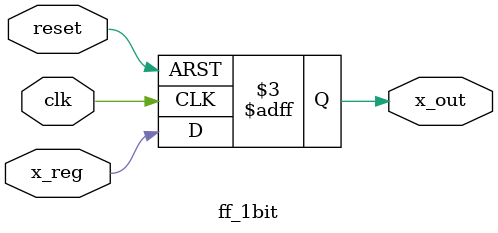
<source format=sv>
module btvn(
    input clk,Cin,
    input [63:0] X,
    input [63:0] Y,
    input reset,
    output Cout,
    output [63:0] S
    );

ff_1bit ff_1bit1 (.clk(clk),.reset(reset),.x_reg(X),.x_out(A));
ff_1bit ff_1bit2 (.clk(clk),.reset(reset),.x_reg(Y),.x_out(B));
ff_1bit ff_1bit3 (.clk(clk),.reset(reset),.x_reg(Cin),.x_out(in));

fulladder fulladder1 (.A(A),.B(B),.in(in),.Sum(Sum),.out(out));

ff_1bit ff_1bit4 (.clk(clk),.reset(reset),.x_reg(out),.x_out(Cout));
ff_1bit ff_1bit5 (.clk(clk),.reset(reset),.x_reg(Sum),.x_out(S));

endmodule
module fulladder(A,B,in,Sum,out);
input [63:0] A, B;
input in;
output [63:0] Sum;
output out;
     assign Sum = A ^ B ^ in;
     assign   out = (A & B) | (B & in) | (A & in);
endmodule
module ff_1bit(input clk,reset,x_reg,
          output reg x_out
           );
   always@(posedge clk or negedge reset)
begin
   if(~reset)
   x_out<=0;
   else
   x_out<=x_reg;
end
endmodule
</source>
